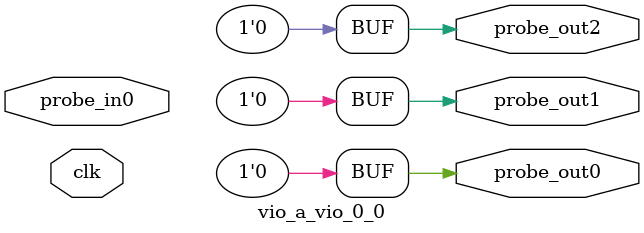
<source format=v>
`timescale 1ns / 1ps
module vio_a_vio_0_0 (
clk,
probe_in0,
probe_out0,
probe_out1,
probe_out2
);

input clk;
input [3 : 0] probe_in0;

output reg [0 : 0] probe_out0 = 'h0 ;
output reg [0 : 0] probe_out1 = 'h0 ;
output reg [0 : 0] probe_out2 = 'h0 ;


endmodule

</source>
